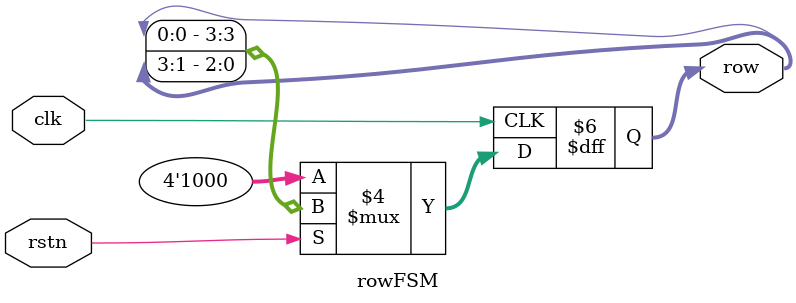
<source format=sv>
module rowFSM (
    input  logic       clk, rstn,
    output logic [3:0] row
);

    always_ff @(posedge clk) begin
        if (~rstn) 
            row <= 4'b1000;
        else
            row <= {row[0], row[3:1]};
    end

    `ifdef FORMAL
        `include "rowFSM_sva.sv"
    `endif

endmodule

</source>
